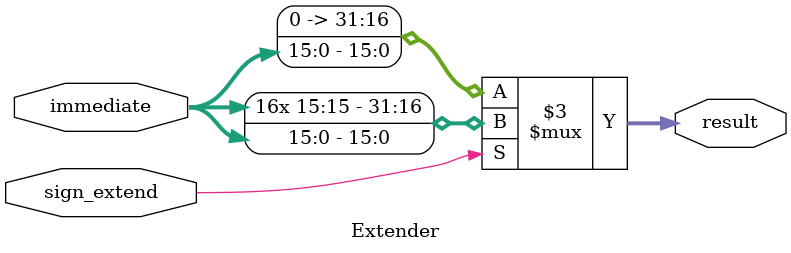
<source format=v>
module Extender (
  input [15:0] immediate, // 16-bit immediate value
  input sign_extend,      // Control signal for sign extension (1) or zero extension (0)
  output reg [31:0] result // Extended 32-bit immediate value
);

  always @(*)
    if (sign_extend)
      result = {{16{immediate[15]}}, immediate}; // Sign extension
    else
      result = {{16'b0}, immediate}; // Zero extension

endmodule
</source>
